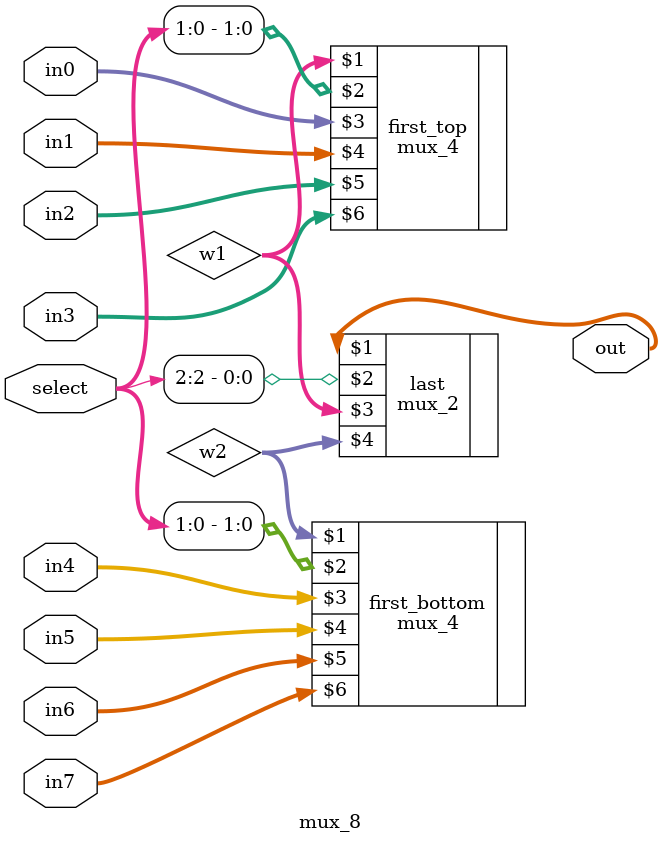
<source format=v>
module mux_8(out, select, in0, in1, in2, in3, in4, in5, in6, in7);
    input [2:0] select; 
    input [31:0] in0 , in1, in2, in3, in4, in5, in6, in7;
    output [31:0] out;
    wire [31:0] w1, w2; 

    mux_4 first_top(w1, select[1:0], in0, in1, in2, in3);
    mux_4 first_bottom(w2, select[1:0], in4, in5, in6, in7);

    mux_2 last(out, select[2], w1,w2); 
    
endmodule
</source>
